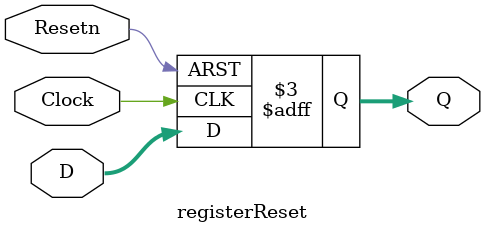
<source format=v>
module registerReset(D,Clock,Resetn,Q);
	input [2:0]D;
	input Clock,Resetn;
	output reg [2:0]Q;
	
	always@(posedge Clock, negedge Resetn)
		if(Resetn == 0)
			Q<= 3'b00;
		else
			Q<=D;
endmodule

</source>
